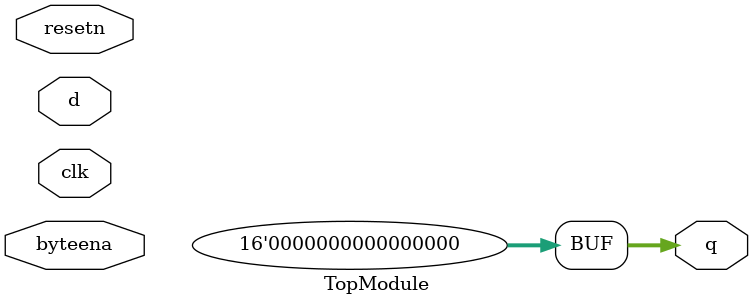
<source format=v>
module TopModule (
  input clk,
  input resetn,
  input [1:0] byteena,
  input [15:0] d,
  output reg [15:0] q
);

  // Module body - leave empty or add minimal initialization
  initial begin
    q <= 0; // Optional: Initialize q to a known state
  end

endmodule
</source>
